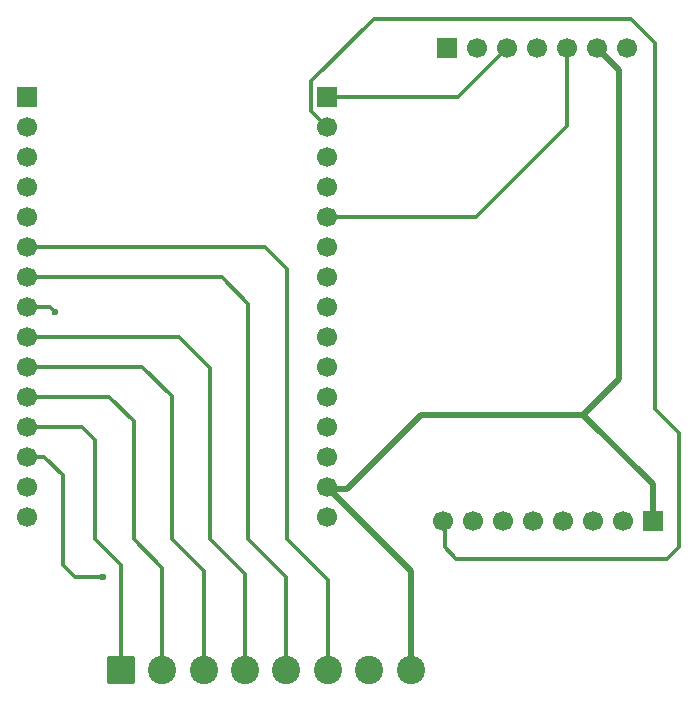
<source format=gtl>
%TF.GenerationSoftware,KiCad,Pcbnew,9.0.5*%
%TF.CreationDate,2025-12-28T18:17:11+02:00*%
%TF.ProjectId,base-schematic-02,62617365-2d73-4636-9865-6d617469632d,rev?*%
%TF.SameCoordinates,Original*%
%TF.FileFunction,Copper,L1,Top*%
%TF.FilePolarity,Positive*%
%FSLAX46Y46*%
G04 Gerber Fmt 4.6, Leading zero omitted, Abs format (unit mm)*
G04 Created by KiCad (PCBNEW 9.0.5) date 2025-12-28 18:17:11*
%MOMM*%
%LPD*%
G01*
G04 APERTURE LIST*
G04 Aperture macros list*
%AMRoundRect*
0 Rectangle with rounded corners*
0 $1 Rounding radius*
0 $2 $3 $4 $5 $6 $7 $8 $9 X,Y pos of 4 corners*
0 Add a 4 corners polygon primitive as box body*
4,1,4,$2,$3,$4,$5,$6,$7,$8,$9,$2,$3,0*
0 Add four circle primitives for the rounded corners*
1,1,$1+$1,$2,$3*
1,1,$1+$1,$4,$5*
1,1,$1+$1,$6,$7*
1,1,$1+$1,$8,$9*
0 Add four rect primitives between the rounded corners*
20,1,$1+$1,$2,$3,$4,$5,0*
20,1,$1+$1,$4,$5,$6,$7,0*
20,1,$1+$1,$6,$7,$8,$9,0*
20,1,$1+$1,$8,$9,$2,$3,0*%
G04 Aperture macros list end*
%TA.AperFunction,ComponentPad*%
%ADD10R,1.700000X1.700000*%
%TD*%
%TA.AperFunction,ComponentPad*%
%ADD11C,1.700000*%
%TD*%
%TA.AperFunction,ComponentPad*%
%ADD12RoundRect,0.250001X-0.949999X-0.949999X0.949999X-0.949999X0.949999X0.949999X-0.949999X0.949999X0*%
%TD*%
%TA.AperFunction,ComponentPad*%
%ADD13C,2.400000*%
%TD*%
%TA.AperFunction,ViaPad*%
%ADD14C,0.600000*%
%TD*%
%TA.AperFunction,Conductor*%
%ADD15C,0.500000*%
%TD*%
%TA.AperFunction,Conductor*%
%ADD16C,0.300000*%
%TD*%
G04 APERTURE END LIST*
D10*
%TO.P,J2,1,Pin_1*%
%TO.N,D23*%
X79400000Y-59460000D03*
D11*
%TO.P,J2,2,Pin_2*%
%TO.N,D22*%
X79400000Y-62000000D03*
%TO.P,J2,3,Pin_3*%
%TO.N,unconnected-(J2-Pin_3-Pad3)*%
X79400000Y-64540000D03*
%TO.P,J2,4,Pin_4*%
%TO.N,unconnected-(J2-Pin_4-Pad4)*%
X79400000Y-67080000D03*
%TO.P,J2,5,Pin_5*%
%TO.N,D21*%
X79400000Y-69620000D03*
%TO.P,J2,6,Pin_6*%
%TO.N,D19*%
X79400000Y-72160000D03*
%TO.P,J2,7,Pin_7*%
%TO.N,D18*%
X79400000Y-74700000D03*
%TO.P,J2,8,Pin_8*%
%TO.N,unconnected-(J2-Pin_8-Pad8)*%
X79400000Y-77240000D03*
%TO.P,J2,9,Pin_9*%
%TO.N,unconnected-(J2-Pin_9-Pad9)*%
X79400000Y-79780000D03*
%TO.P,J2,10,Pin_10*%
%TO.N,unconnected-(J2-Pin_10-Pad10)*%
X79400000Y-82320000D03*
%TO.P,J2,11,Pin_11*%
%TO.N,unconnected-(J2-Pin_11-Pad11)*%
X79400000Y-84860000D03*
%TO.P,J2,12,Pin_12*%
%TO.N,unconnected-(J2-Pin_12-Pad12)*%
X79400000Y-87400000D03*
%TO.P,J2,13,Pin_13*%
%TO.N,unconnected-(J2-Pin_13-Pad13)*%
X79400000Y-89940000D03*
%TO.P,J2,14,Pin_14*%
%TO.N,GND*%
X79400000Y-92480000D03*
%TO.P,J2,15,Pin_15*%
%TO.N,3V3*%
X79400000Y-95020000D03*
%TD*%
D10*
%TO.P,J1,1,Pin_1*%
%TO.N,unconnected-(J1-Pin_1-Pad1)*%
X54000000Y-59460000D03*
D11*
%TO.P,J1,2,Pin_2*%
%TO.N,unconnected-(J1-Pin_2-Pad2)*%
X54000000Y-62000000D03*
%TO.P,J1,3,Pin_3*%
%TO.N,unconnected-(J1-Pin_3-Pad3)*%
X54000000Y-64540000D03*
%TO.P,J1,4,Pin_4*%
%TO.N,unconnected-(J1-Pin_4-Pad4)*%
X54000000Y-67080000D03*
%TO.P,J1,5,Pin_5*%
%TO.N,unconnected-(J1-Pin_5-Pad5)*%
X54000000Y-69620000D03*
%TO.P,J1,6,Pin_6*%
%TO.N,D32*%
X54000000Y-72160000D03*
%TO.P,J1,7,Pin_7*%
%TO.N,D33*%
X54000000Y-74700000D03*
%TO.P,J1,8,Pin_8*%
%TO.N,D25*%
X54000000Y-77240000D03*
%TO.P,J1,9,Pin_9*%
%TO.N,D26*%
X54000000Y-79780000D03*
%TO.P,J1,10,Pin_10*%
%TO.N,D27*%
X54000000Y-82320000D03*
%TO.P,J1,11,Pin_11*%
%TO.N,D14*%
X54000000Y-84860000D03*
%TO.P,J1,12,Pin_12*%
%TO.N,D12*%
X54000000Y-87400000D03*
%TO.P,J1,13,Pin_13*%
%TO.N,D13*%
X54000000Y-89940000D03*
%TO.P,J1,14,Pin_14*%
%TO.N,unconnected-(J1-Pin_14-Pad14)*%
X54000000Y-92480000D03*
%TO.P,J1,15,Pin_15*%
%TO.N,VIN*%
X54000000Y-95020000D03*
%TD*%
D10*
%TO.P,J3-DAC1,1,Pin_1*%
%TO.N,D19*%
X89570000Y-55335000D03*
D11*
%TO.P,J3-DAC1,2,Pin_2*%
%TO.N,D18*%
X92110000Y-55335000D03*
%TO.P,J3-DAC1,3,Pin_3*%
%TO.N,D23*%
X94650000Y-55335000D03*
%TO.P,J3-DAC1,4,Pin_4*%
%TO.N,D25*%
X97190000Y-55335000D03*
%TO.P,J3-DAC1,5,Pin_5*%
%TO.N,D21*%
X99730000Y-55335000D03*
%TO.P,J3-DAC1,6,Pin_6*%
%TO.N,GND*%
X102270000Y-55335000D03*
%TO.P,J3-DAC1,7,Pin_7*%
%TO.N,3V3*%
X104810000Y-55335000D03*
%TD*%
D12*
%TO.P,J4,1,Pin_1*%
%TO.N,D12*%
X62000000Y-108000000D03*
D13*
%TO.P,J4,2,Pin_2*%
%TO.N,D14*%
X65500000Y-108000000D03*
%TO.P,J4,3,Pin_3*%
%TO.N,D27*%
X69000000Y-108000000D03*
%TO.P,J4,4,Pin_4*%
%TO.N,D26*%
X72500000Y-108000000D03*
%TO.P,J4,5,Pin_5*%
%TO.N,D33*%
X76000000Y-108000000D03*
%TO.P,J4,6,Pin_6*%
%TO.N,D32*%
X79500000Y-108000000D03*
%TO.P,J4,7,Pin_7*%
%TO.N,VIN*%
X83000000Y-108000000D03*
%TO.P,J4,8,Pin_8*%
%TO.N,GND*%
X86500000Y-108000000D03*
%TD*%
D10*
%TO.P,J4-IMU1,1,Pin_1*%
%TO.N,GND*%
X107009138Y-95394959D03*
D11*
%TO.P,J4-IMU1,2,Pin_2*%
%TO.N,3V3*%
X104469138Y-95394959D03*
%TO.P,J4-IMU1,3,Pin_3*%
%TO.N,unconnected-(J4-IMU1-Pin_3-Pad3)*%
X101929138Y-95394959D03*
%TO.P,J4-IMU1,4,Pin_4*%
%TO.N,unconnected-(J4-IMU1-Pin_4-Pad4)*%
X99389138Y-95394959D03*
%TO.P,J4-IMU1,5,Pin_5*%
%TO.N,unconnected-(J4-IMU1-Pin_5-Pad5)*%
X96849138Y-95394959D03*
%TO.P,J4-IMU1,6,Pin_6*%
%TO.N,unconnected-(J4-IMU1-Pin_6-Pad6)*%
X94309138Y-95394959D03*
%TO.P,J4-IMU1,7,Pin_7*%
%TO.N,D13*%
X91769138Y-95394959D03*
%TO.P,J4-IMU1,8,Pin_8*%
%TO.N,D22*%
X89229138Y-95394959D03*
%TD*%
D14*
%TO.N,D25*%
X56403500Y-77708500D03*
%TO.N,D13*%
X60452000Y-100076000D03*
%TD*%
D15*
%TO.N,GND*%
X86500000Y-99990000D02*
X86500000Y-108000000D01*
X79400000Y-92480000D02*
X79566000Y-92646000D01*
X81090000Y-92646000D02*
X87376000Y-86360000D01*
X79566000Y-92646000D02*
X81090000Y-92646000D01*
X104140000Y-57205000D02*
X102270000Y-55335000D01*
X86500000Y-99990000D02*
X86500000Y-99580000D01*
X87376000Y-86360000D02*
X101092000Y-86360000D01*
X86500000Y-99580000D02*
X79400000Y-92480000D01*
X101092000Y-86360000D02*
X107009138Y-92277138D01*
X104140000Y-83312000D02*
X104140000Y-57205000D01*
X107009138Y-92277138D02*
X107009138Y-95394959D01*
X101092000Y-86360000D02*
X104140000Y-83312000D01*
D16*
%TO.N,D12*%
X58720000Y-87400000D02*
X54000000Y-87400000D01*
X59810000Y-88490000D02*
X58720000Y-87400000D01*
X62000000Y-99065000D02*
X59810000Y-96875000D01*
X62000000Y-108000000D02*
X62000000Y-99065000D01*
X59810000Y-96875000D02*
X59810000Y-88490000D01*
%TO.N,D33*%
X72782000Y-76972000D02*
X70510000Y-74700000D01*
X72782000Y-96875000D02*
X72782000Y-76972000D01*
X76000000Y-100093000D02*
X72782000Y-96875000D01*
X70510000Y-74700000D02*
X54000000Y-74700000D01*
X76000000Y-108000000D02*
X76000000Y-100093000D01*
X54000000Y-74700000D02*
X54000000Y-74240000D01*
%TO.N,D26*%
X69539000Y-82459000D02*
X69539000Y-96875000D01*
X69539000Y-96875000D02*
X72500000Y-99836000D01*
X54000000Y-79780000D02*
X66860000Y-79780000D01*
X72500000Y-99836000D02*
X72500000Y-108000000D01*
X66860000Y-79780000D02*
X69539000Y-82459000D01*
%TO.N,D32*%
X76025000Y-96875000D02*
X79500000Y-100350000D01*
X54000000Y-72160000D02*
X54000000Y-71700000D01*
X79500000Y-100350000D02*
X79500000Y-108000000D01*
X54000000Y-72160000D02*
X74180000Y-72160000D01*
X76025000Y-74005000D02*
X76025000Y-96875000D01*
X74180000Y-72160000D02*
X76025000Y-74005000D01*
%TO.N,D27*%
X66296000Y-96875000D02*
X66296000Y-84816000D01*
X63800000Y-82320000D02*
X54000000Y-82320000D01*
X69000000Y-108000000D02*
X69000000Y-99579000D01*
X66296000Y-84816000D02*
X63800000Y-82320000D01*
X69000000Y-99579000D02*
X66296000Y-96875000D01*
%TO.N,D14*%
X65500000Y-99322000D02*
X65500000Y-108000000D01*
X63053000Y-96875000D02*
X65500000Y-99322000D01*
X63053000Y-86913000D02*
X63053000Y-96875000D01*
X54000000Y-84860000D02*
X61000000Y-84860000D01*
X61000000Y-84860000D02*
X63053000Y-86913000D01*
%TO.N,D25*%
X56403500Y-77708500D02*
X55935000Y-77240000D01*
X55935000Y-77240000D02*
X54000000Y-77240000D01*
%TO.N,D13*%
X57050000Y-91500000D02*
X57050000Y-99060000D01*
X57050000Y-99060000D02*
X58066000Y-100076000D01*
X55490000Y-89940000D02*
X57050000Y-91500000D01*
X58066000Y-100076000D02*
X60452000Y-100076000D01*
X54000000Y-89940000D02*
X55490000Y-89940000D01*
%TO.N,VIN*%
X54200000Y-95220000D02*
X54000000Y-95020000D01*
%TO.N,D21*%
X79400000Y-69620000D02*
X92080000Y-69620000D01*
X92080000Y-69620000D02*
X99740000Y-61960000D01*
X99730000Y-61950000D02*
X99730000Y-55335000D01*
X99740000Y-61960000D02*
X99730000Y-61950000D01*
%TO.N,D23*%
X86900000Y-59460000D02*
X79400000Y-59460000D01*
X86900000Y-59460000D02*
X90525000Y-59460000D01*
X90525000Y-59460000D02*
X94650000Y-55335000D01*
%TO.N,D22*%
X108204000Y-98552000D02*
X90354179Y-98552000D01*
X89408000Y-95216097D02*
X89229138Y-95394959D01*
X107188000Y-85852000D02*
X109220000Y-87884000D01*
X107188000Y-54864000D02*
X107188000Y-85852000D01*
X89408000Y-97605821D02*
X89408000Y-95573821D01*
X83426000Y-52832000D02*
X105156000Y-52832000D01*
X79400000Y-62000000D02*
X78099000Y-60699000D01*
X109220000Y-87884000D02*
X109220000Y-97536000D01*
X90354179Y-98552000D02*
X89408000Y-97605821D01*
X105156000Y-52832000D02*
X107188000Y-54864000D01*
X89408000Y-95573821D02*
X89229138Y-95394959D01*
X78099000Y-58159000D02*
X83426000Y-52832000D01*
X78099000Y-60699000D02*
X78099000Y-58159000D01*
X109220000Y-97536000D02*
X108204000Y-98552000D01*
%TO.N,D19*%
X79400000Y-72160000D02*
X79490000Y-72160000D01*
%TD*%
M02*

</source>
